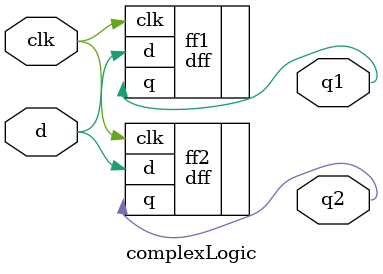
<source format=v>
module complexLogic(input clk, input d, output q1, output q2);
  // tmrg default triplicate
  dff ff1(.clk(clk), .d(d), .q(q1));

  // tmrg do_not_triplicate ff2
  dff ff2(.clk(clk), .d(d), .q(q2));
endmodule
// tmrg  libtest.v  --lib=lib.v


</source>
